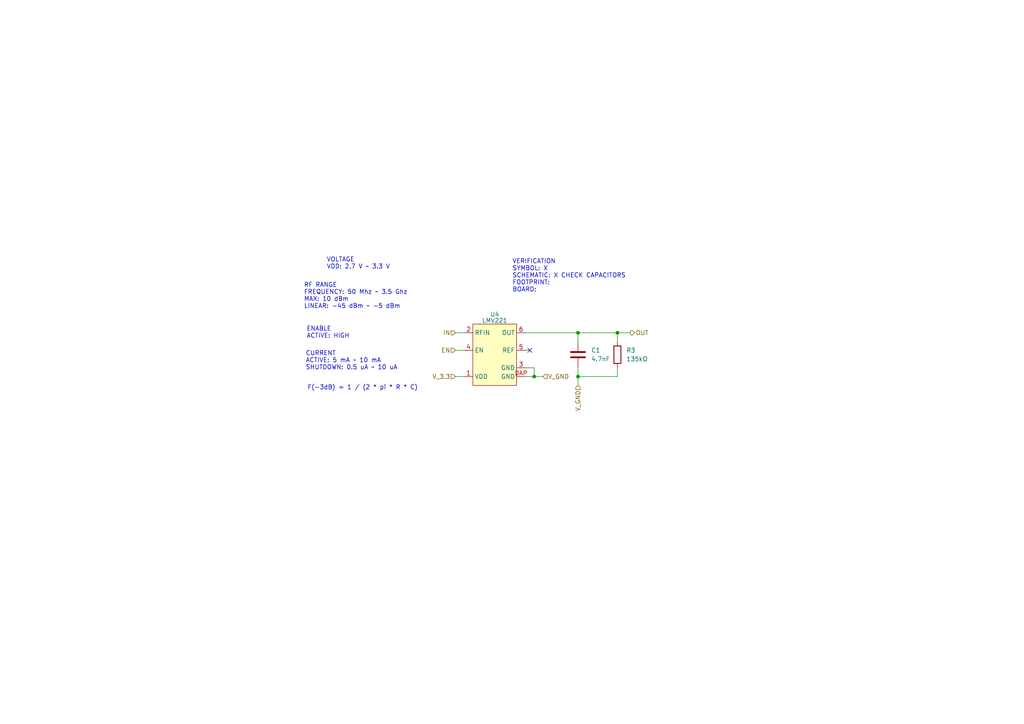
<source format=kicad_sch>
(kicad_sch (version 20231120) (generator "eeschema") (generator_version "8.0")
  (paper "A4")
  (lib_symbols
    (symbol "CUBESAT:LMV221"
      (property "Reference" "U" (at 0 11.684 0))
      (property "Value" "LMV221" (at 0 9.906 0))
      (symbol "LMV221_0_0"
        (pin power_in line (at -8.89 -6.35 0) (length 2.54) (name "VDD") (number "1"))
        (pin input line (at -8.89 6.35 0) (length 2.54) (name "RFIN") (number "2"))
        (pin power_in line (at 8.89 -3.81 180) (length 2.54) (name "GND") (number "3"))
        (pin input line (at -8.89 1.27 0) (length 2.54) (name "EN") (number "4"))
        (pin output line (at 8.89 1.27 180) (length 2.54) (name "REF") (number "5"))
        (pin output line (at 8.89 6.35 180) (length 2.54) (name "OUT") (number "6"))
        (pin power_in line (at 8.89 -6.35 180) (length 2.54) (name "GND") (number "DAP"))
      )
      (symbol "LMV221_1_1"
        (rectangle (start -6.35 8.89) (end 6.35 -8.89) (fill (type background)))
      )
    )
    (symbol "Device:C" (pin_numbers hide) (pin_names (offset 0.254))
      (property "Reference" "C" (at 0.635 2.54 0))
      (property "Value" "C" (at 0.635 -2.54 0))
      (symbol "C_0_1"
        (polyline (pts (xy -2.032 -0.762) (xy 2.032 -0.762)) (stroke (width 0.508)))
        (polyline (pts (xy -2.032 0.762) (xy 2.032 0.762)) (stroke (width 0.508)))
      )
      (symbol "C_1_1"
        (pin passive line (at 0 3.81 270) (length 2.794) (name "~") (number "1"))
        (pin passive line (at 0 -3.81 90) (length 2.794) (name "~") (number "2"))
      )
    )
    (symbol "Device:R" (pin_numbers hide) (pin_names (offset 0))
      (property "Reference" "R" (at 2.032 0 90))
      (property "Value" "R" (at 0 0 90))
      (symbol "R_0_1"
        (rectangle (start -1.016 -2.54) (end 1.016 2.54) (stroke (width 0.254)))
      )
      (symbol "R_1_1"
        (pin passive line (at 0 3.81 270) (length 1.27) (name "~") (number "1"))
        (pin passive line (at 0 -3.81 90) (length 1.27) (name "~") (number "2"))
      )
    )
  )
  (junction (at 179.07 96.52))
  (junction (at 154.94 109.22))
  (junction (at 167.64 96.52))
  (junction (at 167.64 109.22))
  (no_connect (at 153.67 101.6))
  (wire (pts (xy 167.64 96.52) (xy 179.07 96.52)))
  (wire (pts (xy 179.07 106.68) (xy 179.07 109.22)))
  (wire (pts (xy 132.08 96.52) (xy 134.62 96.52)))
  (wire (pts (xy 132.08 101.6) (xy 134.62 101.6)))
  (wire (pts (xy 157.48 109.22) (xy 154.94 109.22)))
  (wire (pts (xy 154.94 109.22) (xy 152.4 109.22)))
  (wire (pts (xy 132.08 109.22) (xy 134.62 109.22)))
  (wire (pts (xy 167.64 99.06) (xy 167.64 96.52)))
  (wire (pts (xy 179.07 96.52) (xy 182.88 96.52)))
  (wire (pts (xy 153.67 101.6) (xy 152.4 101.6)))
  (wire (pts (xy 179.07 96.52) (xy 179.07 99.06)))
  (wire (pts (xy 152.4 106.68) (xy 154.94 106.68)))
  (wire (pts (xy 167.64 109.22) (xy 179.07 109.22)))
  (wire (pts (xy 152.4 96.52) (xy 167.64 96.52)))
  (wire (pts (xy 167.64 111.76) (xy 167.64 109.22)))
  (wire (pts (xy 154.94 106.68) (xy 154.94 109.22)))
  (wire (pts (xy 167.64 109.22) (xy 167.64 106.68)))
  (text "VERIFICATION\nSYMBOL: X\nSCHEMATIC: X CHECK CAPACITORS\nFOOTPRINT:\nBOARD: " (at 148.59 75.184 0) (effects (font (size 1.27 1.27)) (justify left top)))
  (text "RF RANGE\nFREQUENCY: 50 Mhz ~ 3.5 Ghz\nMAX: 10 dBm\nLINEAR: -45 dBm ~ -5 dBm" (at 88.138 82.042 0) (effects (font (size 1.27 1.27)) (justify left top)))
  (text "ENABLE\nACTIVE: HIGH" (at 88.9 94.742 0) (effects (font (size 1.27 1.27)) (justify left top)))
  (text "F(-3dB) = 1 / (2 * pi * R * C)" (at 89.154 111.76 0) (effects (font (size 1.27 1.27)) (justify left top)))
  (text "CURRENT\nACTIVE: 5 mA ~ 10 mA\nSHUTDOWN: 0.5 uA ~ 10 uA" (at 88.646 101.854 0) (effects (font (size 1.27 1.27)) (justify left top)))
  (text "VOLTAGE\nVDD: 2.7 V ~ 3.3 V" (at 94.742 74.676 0) (effects (font (size 1.27 1.27)) (justify left top)))
  (hierarchical_label "EN" (shape input) (at 132.08 101.6 180))
  (hierarchical_label "IN" (shape input) (at 132.08 96.52 180))
  (hierarchical_label "V_GND" (shape input) (at 157.48 109.22 0))
  (hierarchical_label "OUT" (shape output) (at 182.88 96.52 0))
  (hierarchical_label "V_GND" (shape input) (at 167.64 111.76 270))
  (hierarchical_label "V_3.3" (shape input) (at 132.08 109.22 180))
  (symbol (lib_id "Device:C") (at 167.64 102.87 0) (unit 1)
    (property "Reference" "C1" (at 171.45 101.5999 0) (effects (justify left)))
    (property "Value" "4.7nF" (at 171.45 104.1399 0) (effects (justify left)))
    (property "Footprint" "Capacitor_SMD:C_0603_1608Metric" (effects (hide yes)))
    (property "Description" "Unpolarized capacitor" (effects (hide yes)))
    (instances (project "communication" (path "" (reference "C1") (unit 1)) (path "" (reference "C2") (unit 1)) (path "" (reference "C3") (unit 1)) (path "" (reference "C4") (unit 1))))
  )
  (symbol (lib_id "Device:R") (at 179.07 102.87 0) (unit 1)
    (property "Reference" "R3" (at 181.61 101.5999 0) (effects (justify left)))
    (property "Value" "135kΩ" (at 181.61 104.1399 0) (effects (justify left)))
    (property "Footprint" "Resistor_SMD:R_0603_1608Metric" (effects (hide yes)))
    (property "Description" "Resistor" (effects (hide yes)))
    (instances (project "communication" (path "" (reference "R3") (unit 1)) (path "" (reference "R4") (unit 1)) (path "" (reference "R10") (unit 1)) (path "" (reference "R11") (unit 1))))
  )
  (symbol (lib_id "CUBESAT:LMV221") (at 143.51 102.87 0) (unit 1)
    (property "Reference" "U4" (at 143.51 91.186 0))
    (property "Value" "LMV221" (at 143.51 92.964 0))
    (property "Footprint" "CUBESAT:LMV221" (effects (hide yes)))
    (property "Datasheet" "https://www.ti.com/lit/ds/symlink/lmv221.pdf" (effects (hide yes)))
    (property "Description" "LMV221 50-MHz to 3.5-GHz 40-dB Logarithmic Power Detector for CDMA and WCDMA" (effects (hide yes)))
    (instances (project "communication" (path "" (reference "U4") (unit 1)) (path "" (reference "U8") (unit 1)) (path "" (reference "U12") (unit 1)) (path "" (reference "U13") (unit 1))))
  )
)
</source>
